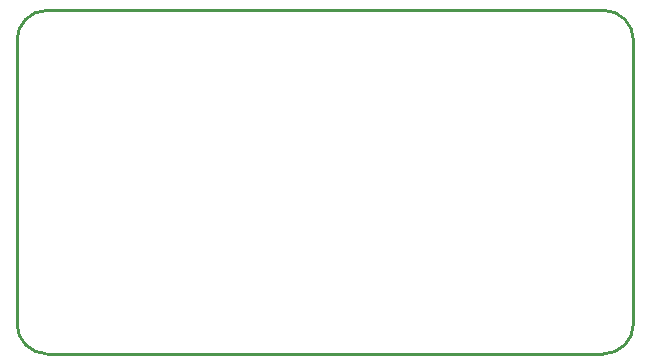
<source format=gko>
G04 Layer: BoardOutlineLayer*
G04 EasyEDA Pro v2.2.45.4, 2025-12-13 17:00:57*
G04 Gerber Generator version 0.3*
G04 Scale: 100 percent, Rotated: No, Reflected: No*
G04 Dimensions in millimeters*
G04 Leading zeros omitted, absolute positions, 4 integers and 5 decimals*
G04 Generated by one-click*
%FSLAX45Y45*%
%MOMM*%
%ADD10C,0.254*%
%ADD11C,0.5834*%
G75*


G04 Rect Start*
G54D10*
G01X-4127500Y-2298700D02*
G01X-4127500Y101600D01*
G02X-3873500Y355600I254000J0D01*
G01X838200Y355600D01*
G02X1092200Y101600I0J-254000D01*
G01X1092200Y-2298700D01*
G02X838200Y-2552700I-254000J0D01*
G01X-3873500Y-2552700D01*
G02X-4127500Y-2298700I0J254000D01*
G04 Rect End*

M02*


</source>
